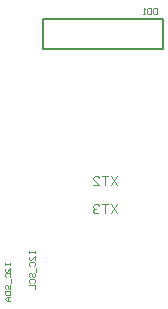
<source format=gbo>
G04*
G04 #@! TF.GenerationSoftware,Altium Limited,Altium Designer,20.2.7 (254)*
G04*
G04 Layer_Color=3326705*
%FSLAX44Y44*%
%MOMM*%
G71*
G04*
G04 #@! TF.SameCoordinates,376ED358-1AEA-4EEA-9480-C934229D8A07*
G04*
G04*
G04 #@! TF.FilePolarity,Positive*
G04*
G01*
G75*
%ADD11C,0.1000*%
%ADD13C,0.2000*%
D11*
X2098434Y1284957D02*
X2093435Y1277459D01*
Y1284957D02*
X2098434Y1277459D01*
X2090936Y1284957D02*
X2085938D01*
X2088437D01*
Y1277459D01*
X2083438Y1283707D02*
X2082189Y1284957D01*
X2079690D01*
X2078440Y1283707D01*
Y1282458D01*
X2079690Y1281208D01*
X2080939D01*
X2079690D01*
X2078440Y1279959D01*
Y1278709D01*
X2079690Y1277459D01*
X2082189D01*
X2083438Y1278709D01*
X2098603Y1308957D02*
X2093604Y1301459D01*
Y1308957D02*
X2098603Y1301459D01*
X2091105Y1308957D02*
X2086107D01*
X2088606D01*
Y1301459D01*
X2078609D02*
X2083608D01*
X2078609Y1306458D01*
Y1307707D01*
X2079859Y1308957D01*
X2082358D01*
X2083608Y1307707D01*
X2003440Y1235703D02*
Y1234037D01*
Y1234870D01*
X2008439D01*
Y1235703D01*
Y1234037D01*
Y1228205D02*
Y1231537D01*
X2005107Y1228205D01*
X2004273D01*
X2003440Y1229038D01*
Y1230704D01*
X2004273Y1231537D01*
Y1223207D02*
X2003440Y1224040D01*
Y1225706D01*
X2004273Y1226539D01*
X2007606D01*
X2008439Y1225706D01*
Y1224040D01*
X2007606Y1223207D01*
X2009272Y1221541D02*
Y1218208D01*
X2004273Y1213210D02*
X2003440Y1214043D01*
Y1215709D01*
X2004273Y1216542D01*
X2005107D01*
X2005940Y1215709D01*
Y1214043D01*
X2006773Y1213210D01*
X2007606D01*
X2008439Y1214043D01*
Y1215709D01*
X2007606Y1216542D01*
X2003440Y1211544D02*
X2008439D01*
Y1209045D01*
X2007606Y1208212D01*
X2004273D01*
X2003440Y1209045D01*
Y1211544D01*
X2008439Y1206546D02*
X2005107D01*
X2003440Y1204880D01*
X2005107Y1203213D01*
X2008439D01*
X2005940D01*
Y1206546D01*
X2024440Y1245703D02*
Y1244037D01*
Y1244870D01*
X2029439D01*
Y1245703D01*
Y1244037D01*
Y1238205D02*
Y1241537D01*
X2026107Y1238205D01*
X2025273D01*
X2024440Y1239038D01*
Y1240704D01*
X2025273Y1241537D01*
Y1233207D02*
X2024440Y1234040D01*
Y1235706D01*
X2025273Y1236539D01*
X2028606D01*
X2029439Y1235706D01*
Y1234040D01*
X2028606Y1233207D01*
X2030272Y1231541D02*
Y1228209D01*
X2025273Y1223210D02*
X2024440Y1224043D01*
Y1225709D01*
X2025273Y1226543D01*
X2026107D01*
X2026940Y1225709D01*
Y1224043D01*
X2027773Y1223210D01*
X2028606D01*
X2029439Y1224043D01*
Y1225709D01*
X2028606Y1226543D01*
X2025273Y1218212D02*
X2024440Y1219045D01*
Y1220711D01*
X2025273Y1221544D01*
X2028606D01*
X2029439Y1220711D01*
Y1219045D01*
X2028606Y1218212D01*
X2024440Y1216546D02*
X2029439D01*
Y1213214D01*
X2132437Y1451457D02*
Y1446459D01*
X2129938D01*
X2129105Y1447292D01*
Y1450624D01*
X2129938Y1451457D01*
X2132437D01*
X2127439D02*
Y1446459D01*
X2124940D01*
X2124107Y1447292D01*
Y1450624D01*
X2124940Y1451457D01*
X2127439D01*
X2122441Y1446459D02*
X2120775D01*
X2121608D01*
Y1451457D01*
X2122441Y1450624D01*
D13*
X2137156Y1416558D02*
Y1441958D01*
X2035556D02*
X2137156D01*
X2035556Y1416558D02*
X2137156D01*
X2035556D02*
Y1441958D01*
M02*

</source>
